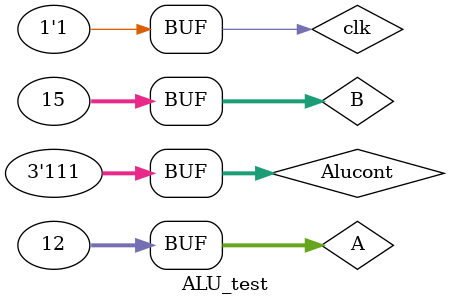
<source format=v>
`timescale 1ns / 1ps


module ALU_test();
	reg clk;
	reg [31:0] A, B;
	reg [2:0] Alucont;
	wire [31:0] Result;
	wire Zero;

	ALU alu(.A(A), .B(B), .Alucont(Alucont), .Result(Result), .Zero(Zero));

	parameter PERIOD = 10;

	always begin
		clk = 1'b0;
		#(PERIOD/2) clk = 1'b1;
		#(PERIOD/2);
	end

	initial begin
		clk = 1'b0;
		A = 32'b1111;
		B = 32'b1110;
		Alucont = 3'b000;
		#100;
		Alucont = 3'b010;
		#100;
		Alucont = 3'b011;
		#100;
		Alucont = 3'b110;
		#100;
		Alucont = 3'b111;
		#100;
		A = 32'b1000_0000_0000_0000_0000_0000_0000_0000;
		B = 32'b1000_0000_0000_0000_0000_0000_0000_0000;
		#100;
		A = 32'b1100;
		B = 32'b1111;
	end

endmodule

</source>
